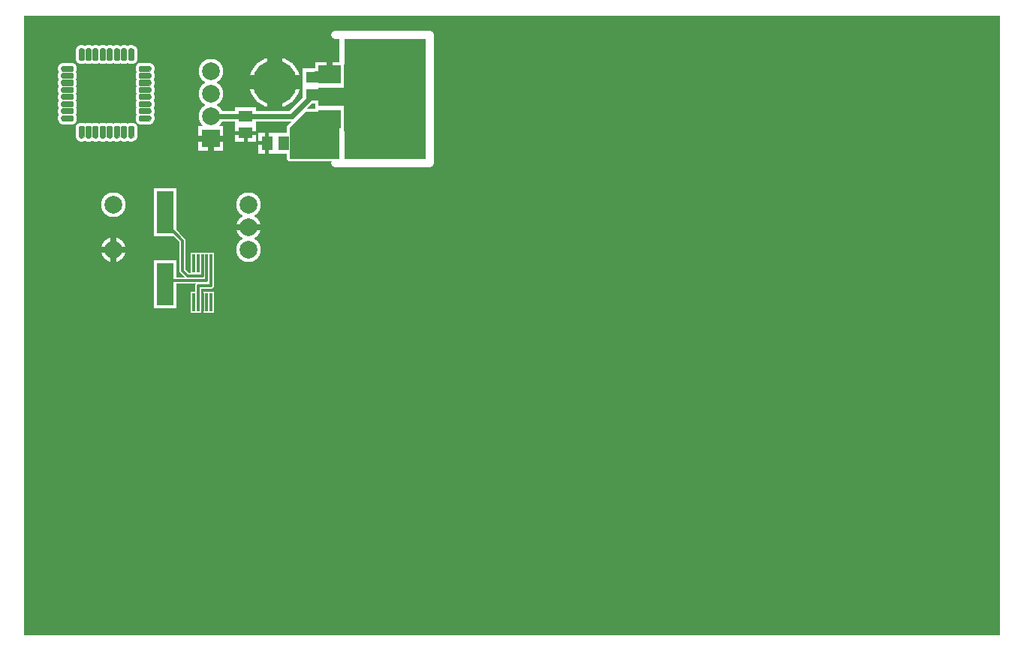
<source format=gbr>
%FSLAX34Y34*%
%MOMM*%
%LNCOPPER_TOP*%
G71*
G01*
%ADD10C, 5.800*%
%ADD11C, 2.800*%
%ADD12R, 2.200X3.300*%
%ADD13R, 3.300X2.800*%
%ADD14C, 0.600*%
%ADD15C, 2.000*%
%ADD16C, 1.200*%
%ADD17C, 0.700*%
%ADD18R, 2.400X2.100*%
%ADD19R, 2.100X2.400*%
%ADD20C, 0.800*%
%ADD21R, 1.300X1.300*%
%ADD22R, 0.700X2.400*%
%ADD23R, 2.500X5.400*%
%ADD24C, 0.900*%
%ADD25C, 1.667*%
%ADD26C, 0.667*%
%ADD27C, 0.433*%
%ADD28C, 0.300*%
%ADD29C, 5.000*%
%ADD30C, 2.000*%
%ADD31R, 2.500X2.000*%
%ADD32C, 0.100*%
%ADD33R, 1.600X1.300*%
%ADD34R, 1.300X1.600*%
%ADD35C, 0.000*%
%ADD36R, 0.500X0.500*%
%ADD37R, 0.300X2.000*%
%ADD38R, 1.900X4.800*%
%LPD*%
G36*
X0Y0D02*
X1100000Y0D01*
X1100000Y-700000D01*
X0Y-700000D01*
X0Y0D01*
G37*
%LPC*%
X282178Y-75406D02*
G54D10*
D03*
G36*
X196344Y-152905D02*
X196344Y-124905D01*
X224344Y-124905D01*
X224344Y-152905D01*
X196344Y-152905D01*
G37*
X210344Y-113505D02*
G54D11*
D03*
X210344Y-88106D02*
G54D11*
D03*
X210344Y-62706D02*
G54D11*
D03*
X252809Y-213519D02*
G54D11*
D03*
X100409Y-213519D02*
G54D11*
D03*
X252809Y-238919D02*
G54D11*
D03*
X100409Y-264319D02*
G54D11*
D03*
X252809Y-264319D02*
G54D11*
D03*
X401446Y-92105D02*
G54D12*
D03*
X344296Y-92105D02*
G54D13*
D03*
X344296Y-117505D02*
G54D13*
D03*
X344296Y-66705D02*
G54D13*
D03*
G54D14*
X357982Y-131762D02*
X357982Y-166290D01*
G54D15*
X344296Y-92105D02*
X373856Y-92074D01*
G54D14*
X357982Y-26193D02*
X357982Y-53577D01*
G54D16*
X210344Y-113505D02*
X301625Y-113505D01*
X322263Y-92868D01*
X343533Y-92868D01*
X344296Y-92105D01*
G36*
X354410Y-108346D02*
X317500Y-108346D01*
X299244Y-126602D01*
X299244Y-161527D01*
X354410Y-161527D01*
X354410Y-108346D01*
G37*
G54D17*
X354410Y-108346D02*
X317500Y-108346D01*
X299244Y-126602D01*
X299244Y-161527D01*
X354410Y-161527D01*
X354410Y-108346D01*
X325810Y-69874D02*
G54D18*
D03*
X325810Y-88874D02*
G54D18*
D03*
X249610Y-113530D02*
G54D18*
D03*
X249610Y-132530D02*
G54D18*
D03*
X292845Y-144065D02*
G54D19*
D03*
X273845Y-144064D02*
G54D19*
D03*
G36*
X142979Y-116721D02*
X140979Y-118721D01*
X129979Y-118721D01*
X128979Y-117721D01*
X128979Y-113721D01*
X129979Y-112721D01*
X140979Y-112721D01*
X142979Y-114721D01*
X142979Y-116721D01*
G37*
G54D20*
X142979Y-116721D02*
X140979Y-118721D01*
X129979Y-118721D01*
X128979Y-117721D01*
X128979Y-113721D01*
X129979Y-112721D01*
X140979Y-112721D01*
X142979Y-114721D01*
X142979Y-116721D01*
G36*
X142979Y-108721D02*
X140979Y-110721D01*
X129979Y-110721D01*
X128979Y-109721D01*
X128979Y-105721D01*
X129979Y-104721D01*
X140979Y-104721D01*
X142979Y-106721D01*
X142979Y-108721D01*
G37*
G54D20*
X142979Y-108721D02*
X140979Y-110721D01*
X129979Y-110721D01*
X128979Y-109721D01*
X128979Y-105721D01*
X129979Y-104721D01*
X140979Y-104721D01*
X142979Y-106721D01*
X142979Y-108721D01*
X134479Y-115721D02*
G54D21*
D03*
X134479Y-107721D02*
G54D21*
D03*
G36*
X142979Y-100721D02*
X140979Y-102721D01*
X129979Y-102721D01*
X128979Y-101721D01*
X128979Y-97721D01*
X129979Y-96721D01*
X140979Y-96721D01*
X142979Y-98721D01*
X142979Y-100721D01*
G37*
G54D20*
X142979Y-100721D02*
X140979Y-102721D01*
X129979Y-102721D01*
X128979Y-101721D01*
X128979Y-97721D01*
X129979Y-96721D01*
X140979Y-96721D01*
X142979Y-98721D01*
X142979Y-100721D01*
G36*
X142979Y-92721D02*
X140979Y-94721D01*
X129979Y-94721D01*
X128979Y-93721D01*
X128979Y-89721D01*
X129979Y-88721D01*
X140979Y-88721D01*
X142979Y-90721D01*
X142979Y-92721D01*
G37*
G54D20*
X142979Y-92721D02*
X140979Y-94721D01*
X129979Y-94721D01*
X128979Y-93721D01*
X128979Y-89721D01*
X129979Y-88721D01*
X140979Y-88721D01*
X142979Y-90721D01*
X142979Y-92721D01*
X134479Y-99721D02*
G54D21*
D03*
X134479Y-91721D02*
G54D21*
D03*
G36*
X142979Y-84721D02*
X140979Y-86721D01*
X129979Y-86721D01*
X128979Y-85721D01*
X128979Y-81721D01*
X129979Y-80721D01*
X140979Y-80721D01*
X142979Y-82721D01*
X142979Y-84721D01*
G37*
G54D20*
X142979Y-84721D02*
X140979Y-86721D01*
X129979Y-86721D01*
X128979Y-85721D01*
X128979Y-81721D01*
X129979Y-80721D01*
X140979Y-80721D01*
X142979Y-82721D01*
X142979Y-84721D01*
G36*
X142979Y-76721D02*
X140979Y-78721D01*
X129979Y-78721D01*
X128979Y-77721D01*
X128979Y-73721D01*
X129979Y-72721D01*
X140979Y-72721D01*
X142979Y-74721D01*
X142979Y-76721D01*
G37*
G54D20*
X142979Y-76721D02*
X140979Y-78721D01*
X129979Y-78721D01*
X128979Y-77721D01*
X128979Y-73721D01*
X129979Y-72721D01*
X140979Y-72721D01*
X142979Y-74721D01*
X142979Y-76721D01*
X134479Y-83721D02*
G54D21*
D03*
X134479Y-75721D02*
G54D21*
D03*
G36*
X142979Y-68721D02*
X140979Y-70721D01*
X129979Y-70721D01*
X128979Y-69721D01*
X128979Y-65721D01*
X129979Y-64721D01*
X140979Y-64721D01*
X142979Y-66721D01*
X142979Y-68721D01*
G37*
G54D20*
X142979Y-68721D02*
X140979Y-70721D01*
X129979Y-70721D01*
X128979Y-69721D01*
X128979Y-65721D01*
X129979Y-64721D01*
X140979Y-64721D01*
X142979Y-66721D01*
X142979Y-68721D01*
G36*
X142979Y-60721D02*
X140979Y-62721D01*
X129979Y-62721D01*
X128979Y-61721D01*
X128979Y-57721D01*
X129979Y-56721D01*
X140979Y-56721D01*
X142979Y-58721D01*
X142979Y-60721D01*
G37*
G54D20*
X142979Y-60721D02*
X140979Y-62721D01*
X129979Y-62721D01*
X128979Y-61721D01*
X128979Y-57721D01*
X129979Y-56721D01*
X140979Y-56721D01*
X142979Y-58721D01*
X142979Y-60721D01*
X134479Y-67721D02*
G54D21*
D03*
X134479Y-59721D02*
G54D21*
D03*
G36*
X62979Y-138721D02*
X60979Y-136721D01*
X60979Y-125721D01*
X61979Y-124721D01*
X65979Y-124721D01*
X66979Y-125721D01*
X66979Y-136721D01*
X64979Y-138721D01*
X62979Y-138721D01*
G37*
G54D20*
X62979Y-138721D02*
X60979Y-136721D01*
X60979Y-125721D01*
X61979Y-124721D01*
X65979Y-124721D01*
X66979Y-125721D01*
X66979Y-136721D01*
X64979Y-138721D01*
X62979Y-138721D01*
G36*
X70979Y-138721D02*
X68979Y-136721D01*
X68979Y-125721D01*
X69979Y-124721D01*
X73979Y-124721D01*
X74979Y-125721D01*
X74979Y-136721D01*
X72979Y-138721D01*
X70979Y-138721D01*
G37*
G54D20*
X70979Y-138721D02*
X68979Y-136721D01*
X68979Y-125721D01*
X69979Y-124721D01*
X73979Y-124721D01*
X74979Y-125721D01*
X74979Y-136721D01*
X72979Y-138721D01*
X70979Y-138721D01*
X63979Y-130221D02*
G54D21*
D03*
X71979Y-130221D02*
G54D21*
D03*
G36*
X78979Y-138721D02*
X76979Y-136721D01*
X76979Y-125721D01*
X77979Y-124721D01*
X81979Y-124721D01*
X82979Y-125721D01*
X82979Y-136721D01*
X80979Y-138721D01*
X78979Y-138721D01*
G37*
G54D20*
X78979Y-138721D02*
X76979Y-136721D01*
X76979Y-125721D01*
X77979Y-124721D01*
X81979Y-124721D01*
X82979Y-125721D01*
X82979Y-136721D01*
X80979Y-138721D01*
X78979Y-138721D01*
G36*
X86979Y-138721D02*
X84979Y-136721D01*
X84979Y-125721D01*
X85979Y-124721D01*
X89979Y-124721D01*
X90979Y-125721D01*
X90979Y-136721D01*
X88979Y-138721D01*
X86979Y-138721D01*
G37*
G54D20*
X86979Y-138721D02*
X84979Y-136721D01*
X84979Y-125721D01*
X85979Y-124721D01*
X89979Y-124721D01*
X90979Y-125721D01*
X90979Y-136721D01*
X88979Y-138721D01*
X86979Y-138721D01*
X79979Y-130221D02*
G54D21*
D03*
X87979Y-130221D02*
G54D21*
D03*
G36*
X94979Y-138721D02*
X92979Y-136721D01*
X92979Y-125721D01*
X93979Y-124721D01*
X97979Y-124721D01*
X98979Y-125721D01*
X98979Y-136721D01*
X96979Y-138721D01*
X94979Y-138721D01*
G37*
G54D20*
X94979Y-138721D02*
X92979Y-136721D01*
X92979Y-125721D01*
X93979Y-124721D01*
X97979Y-124721D01*
X98979Y-125721D01*
X98979Y-136721D01*
X96979Y-138721D01*
X94979Y-138721D01*
G36*
X102979Y-138721D02*
X100979Y-136721D01*
X100979Y-125721D01*
X101979Y-124721D01*
X105979Y-124721D01*
X106979Y-125721D01*
X106979Y-136721D01*
X104979Y-138721D01*
X102979Y-138721D01*
G37*
G54D20*
X102979Y-138721D02*
X100979Y-136721D01*
X100979Y-125721D01*
X101979Y-124721D01*
X105979Y-124721D01*
X106979Y-125721D01*
X106979Y-136721D01*
X104979Y-138721D01*
X102979Y-138721D01*
X95979Y-130221D02*
G54D21*
D03*
X103979Y-130221D02*
G54D21*
D03*
G36*
X110979Y-138721D02*
X108979Y-136721D01*
X108979Y-125721D01*
X109979Y-124721D01*
X113979Y-124721D01*
X114979Y-125721D01*
X114979Y-136721D01*
X112979Y-138721D01*
X110979Y-138721D01*
G37*
G54D20*
X110979Y-138721D02*
X108979Y-136721D01*
X108979Y-125721D01*
X109979Y-124721D01*
X113979Y-124721D01*
X114979Y-125721D01*
X114979Y-136721D01*
X112979Y-138721D01*
X110979Y-138721D01*
G36*
X118979Y-138721D02*
X116979Y-136721D01*
X116979Y-125721D01*
X117979Y-124721D01*
X121979Y-124721D01*
X122979Y-125721D01*
X122979Y-136721D01*
X120979Y-138721D01*
X118979Y-138721D01*
G37*
G54D20*
X118979Y-138721D02*
X116979Y-136721D01*
X116979Y-125721D01*
X117979Y-124721D01*
X121979Y-124721D01*
X122979Y-125721D01*
X122979Y-136721D01*
X120979Y-138721D01*
X118979Y-138721D01*
X111979Y-130221D02*
G54D21*
D03*
X119979Y-130221D02*
G54D21*
D03*
G36*
X40979Y-58721D02*
X42979Y-56721D01*
X53979Y-56721D01*
X54979Y-57721D01*
X54979Y-61721D01*
X53979Y-62721D01*
X42979Y-62721D01*
X40979Y-60721D01*
X40979Y-58721D01*
G37*
G54D20*
X40979Y-58721D02*
X42979Y-56721D01*
X53979Y-56721D01*
X54979Y-57721D01*
X54979Y-61721D01*
X53979Y-62721D01*
X42979Y-62721D01*
X40979Y-60721D01*
X40979Y-58721D01*
G36*
X40979Y-66721D02*
X42979Y-64721D01*
X53979Y-64721D01*
X54979Y-65721D01*
X54979Y-69721D01*
X53979Y-70721D01*
X42979Y-70721D01*
X40979Y-68721D01*
X40979Y-66721D01*
G37*
G54D20*
X40979Y-66721D02*
X42979Y-64721D01*
X53979Y-64721D01*
X54979Y-65721D01*
X54979Y-69721D01*
X53979Y-70721D01*
X42979Y-70721D01*
X40979Y-68721D01*
X40979Y-66721D01*
X49479Y-59721D02*
G54D21*
D03*
G36*
X42979Y-61221D02*
X55979Y-61221D01*
X55979Y-74221D01*
X42979Y-74221D01*
X42979Y-61221D01*
G37*
G36*
X40979Y-74721D02*
X42979Y-72721D01*
X53979Y-72721D01*
X54979Y-73721D01*
X54979Y-77721D01*
X53979Y-78721D01*
X42979Y-78721D01*
X40979Y-76721D01*
X40979Y-74721D01*
G37*
G54D20*
X40979Y-74721D02*
X42979Y-72721D01*
X53979Y-72721D01*
X54979Y-73721D01*
X54979Y-77721D01*
X53979Y-78721D01*
X42979Y-78721D01*
X40979Y-76721D01*
X40979Y-74721D01*
G36*
X40979Y-82721D02*
X42979Y-80721D01*
X53979Y-80721D01*
X54979Y-81721D01*
X54979Y-85721D01*
X53979Y-86721D01*
X42979Y-86721D01*
X40979Y-84721D01*
X40979Y-82721D01*
G37*
G54D20*
X40979Y-82721D02*
X42979Y-80721D01*
X53979Y-80721D01*
X54979Y-81721D01*
X54979Y-85721D01*
X53979Y-86721D01*
X42979Y-86721D01*
X40979Y-84721D01*
X40979Y-82721D01*
G36*
X42979Y-69221D02*
X55979Y-69221D01*
X55979Y-82221D01*
X42979Y-82221D01*
X42979Y-69221D01*
G37*
X49479Y-83721D02*
G54D21*
D03*
G36*
X40979Y-90721D02*
X42979Y-88721D01*
X53979Y-88721D01*
X54979Y-89721D01*
X54979Y-93721D01*
X53979Y-94721D01*
X42979Y-94721D01*
X40979Y-92721D01*
X40979Y-90721D01*
G37*
G54D20*
X40979Y-90721D02*
X42979Y-88721D01*
X53979Y-88721D01*
X54979Y-89721D01*
X54979Y-93721D01*
X53979Y-94721D01*
X42979Y-94721D01*
X40979Y-92721D01*
X40979Y-90721D01*
G36*
X40979Y-98721D02*
X42979Y-96721D01*
X53979Y-96721D01*
X54979Y-97721D01*
X54979Y-101721D01*
X53979Y-102721D01*
X42979Y-102721D01*
X40979Y-100721D01*
X40979Y-98721D01*
G37*
G54D20*
X40979Y-98721D02*
X42979Y-96721D01*
X53979Y-96721D01*
X54979Y-97721D01*
X54979Y-101721D01*
X53979Y-102721D01*
X42979Y-102721D01*
X40979Y-100721D01*
X40979Y-98721D01*
X49479Y-91721D02*
G54D21*
D03*
G36*
X42979Y-93221D02*
X55979Y-93221D01*
X55979Y-106221D01*
X42979Y-106221D01*
X42979Y-93221D01*
G37*
G36*
X40979Y-106721D02*
X42979Y-104721D01*
X53979Y-104721D01*
X54979Y-105721D01*
X54979Y-109721D01*
X53979Y-110721D01*
X42979Y-110721D01*
X40979Y-108721D01*
X40979Y-106721D01*
G37*
G54D20*
X40979Y-106721D02*
X42979Y-104721D01*
X53979Y-104721D01*
X54979Y-105721D01*
X54979Y-109721D01*
X53979Y-110721D01*
X42979Y-110721D01*
X40979Y-108721D01*
X40979Y-106721D01*
G36*
X40979Y-114721D02*
X42979Y-112721D01*
X53979Y-112721D01*
X54979Y-113721D01*
X54979Y-117721D01*
X53979Y-118721D01*
X42979Y-118721D01*
X40979Y-116721D01*
X40979Y-114721D01*
G37*
G54D20*
X40979Y-114721D02*
X42979Y-112721D01*
X53979Y-112721D01*
X54979Y-113721D01*
X54979Y-117721D01*
X53979Y-118721D01*
X42979Y-118721D01*
X40979Y-116721D01*
X40979Y-114721D01*
X49479Y-107721D02*
G54D21*
D03*
X49479Y-115721D02*
G54D21*
D03*
G36*
X120979Y-36721D02*
X122979Y-38721D01*
X122979Y-49721D01*
X121979Y-50721D01*
X117979Y-50721D01*
X116979Y-49721D01*
X116979Y-38721D01*
X118979Y-36721D01*
X120979Y-36721D01*
G37*
G54D20*
X120979Y-36721D02*
X122979Y-38721D01*
X122979Y-49721D01*
X121979Y-50721D01*
X117979Y-50721D01*
X116979Y-49721D01*
X116979Y-38721D01*
X118979Y-36721D01*
X120979Y-36721D01*
G36*
X112979Y-36721D02*
X114979Y-38721D01*
X114979Y-49721D01*
X113979Y-50721D01*
X109979Y-50721D01*
X108979Y-49721D01*
X108979Y-38721D01*
X110979Y-36721D01*
X112979Y-36721D01*
G37*
G54D20*
X112979Y-36721D02*
X114979Y-38721D01*
X114979Y-49721D01*
X113979Y-50721D01*
X109979Y-50721D01*
X108979Y-49721D01*
X108979Y-38721D01*
X110979Y-36721D01*
X112979Y-36721D01*
X119979Y-45221D02*
G54D21*
D03*
X111979Y-45221D02*
G54D21*
D03*
G36*
X104979Y-36721D02*
X106979Y-38721D01*
X106979Y-49721D01*
X105979Y-50721D01*
X101979Y-50721D01*
X100979Y-49721D01*
X100979Y-38721D01*
X102979Y-36721D01*
X104979Y-36721D01*
G37*
G54D20*
X104979Y-36721D02*
X106979Y-38721D01*
X106979Y-49721D01*
X105979Y-50721D01*
X101979Y-50721D01*
X100979Y-49721D01*
X100979Y-38721D01*
X102979Y-36721D01*
X104979Y-36721D01*
G36*
X96979Y-36721D02*
X98979Y-38721D01*
X98979Y-49721D01*
X97979Y-50721D01*
X93979Y-50721D01*
X92979Y-49721D01*
X92979Y-38721D01*
X94979Y-36721D01*
X96979Y-36721D01*
G37*
G54D20*
X96979Y-36721D02*
X98979Y-38721D01*
X98979Y-49721D01*
X97979Y-50721D01*
X93979Y-50721D01*
X92979Y-49721D01*
X92979Y-38721D01*
X94979Y-36721D01*
X96979Y-36721D01*
X103979Y-45221D02*
G54D21*
D03*
X95979Y-45221D02*
G54D21*
D03*
G36*
X88979Y-36721D02*
X90979Y-38721D01*
X90979Y-49721D01*
X89979Y-50721D01*
X85979Y-50721D01*
X84979Y-49721D01*
X84979Y-38721D01*
X86979Y-36721D01*
X88979Y-36721D01*
G37*
G54D20*
X88979Y-36721D02*
X90979Y-38721D01*
X90979Y-49721D01*
X89979Y-50721D01*
X85979Y-50721D01*
X84979Y-49721D01*
X84979Y-38721D01*
X86979Y-36721D01*
X88979Y-36721D01*
G36*
X80979Y-36721D02*
X82979Y-38721D01*
X82979Y-49721D01*
X81979Y-50721D01*
X77979Y-50721D01*
X76979Y-49721D01*
X76979Y-38721D01*
X78979Y-36721D01*
X80979Y-36721D01*
G37*
G54D20*
X80979Y-36721D02*
X82979Y-38721D01*
X82979Y-49721D01*
X81979Y-50721D01*
X77979Y-50721D01*
X76979Y-49721D01*
X76979Y-38721D01*
X78979Y-36721D01*
X80979Y-36721D01*
X87979Y-45221D02*
G54D21*
D03*
X79979Y-45221D02*
G54D21*
D03*
G36*
X72979Y-36721D02*
X74979Y-38721D01*
X74979Y-49721D01*
X73979Y-50721D01*
X69979Y-50721D01*
X68979Y-49721D01*
X68979Y-38721D01*
X70979Y-36721D01*
X72979Y-36721D01*
G37*
G54D20*
X72979Y-36721D02*
X74979Y-38721D01*
X74979Y-49721D01*
X73979Y-50721D01*
X69979Y-50721D01*
X68979Y-49721D01*
X68979Y-38721D01*
X70979Y-36721D01*
X72979Y-36721D01*
G36*
X64979Y-36721D02*
X66979Y-38721D01*
X66979Y-49721D01*
X65979Y-50721D01*
X61979Y-50721D01*
X60979Y-49721D01*
X60979Y-38721D01*
X62979Y-36721D01*
X64979Y-36721D01*
G37*
G54D20*
X64979Y-36721D02*
X66979Y-38721D01*
X66979Y-49721D01*
X65979Y-50721D01*
X61979Y-50721D01*
X60979Y-49721D01*
X60979Y-38721D01*
X62979Y-36721D01*
X64979Y-36721D01*
X71979Y-45221D02*
G54D21*
D03*
X63979Y-45221D02*
G54D21*
D03*
X210741Y-323849D02*
G54D22*
D03*
X205741Y-323849D02*
G54D22*
D03*
X200741Y-323849D02*
G54D22*
D03*
X195741Y-323849D02*
G54D22*
D03*
X190741Y-323849D02*
G54D22*
D03*
X210741Y-279849D02*
G54D22*
D03*
X205741Y-279849D02*
G54D22*
D03*
X200741Y-279849D02*
G54D22*
D03*
X195741Y-279849D02*
G54D22*
D03*
X190741Y-279849D02*
G54D22*
D03*
X158440Y-221888D02*
G54D23*
D03*
X158440Y-303644D02*
G54D23*
D03*
G54D17*
X200819Y-288527D02*
X200819Y-294084D01*
X184547Y-294084D01*
X178594Y-288130D01*
X178594Y-254396D01*
X160338Y-236140D01*
G54D17*
X158353Y-299640D02*
X205582Y-299640D01*
X205582Y-290115D01*
G54D17*
X195660Y-314324D02*
X195660Y-305196D01*
X210741Y-305196D01*
X210741Y-286543D01*
G54D24*
X350441Y-166687D02*
X456803Y-166687D01*
G54D24*
X350044Y-21431D02*
X456406Y-21431D01*
G54D24*
X456406Y-21431D02*
X456803Y-166687D01*
%LPD*%
G54D25*
G36*
X273845Y-75406D02*
X273845Y-45906D01*
X290512Y-45906D01*
X290512Y-75406D01*
X273845Y-75406D01*
G37*
G36*
X282178Y-67072D02*
X311678Y-67072D01*
X311678Y-83739D01*
X282178Y-83739D01*
X282178Y-67072D01*
G37*
G36*
X290512Y-75406D02*
X290512Y-104906D01*
X273845Y-104906D01*
X273845Y-75406D01*
X290512Y-75406D01*
G37*
G36*
X282178Y-83739D02*
X252678Y-83739D01*
X252678Y-67072D01*
X282178Y-67072D01*
X282178Y-83739D01*
G37*
G54D26*
G36*
X210344Y-142238D02*
X195844Y-142238D01*
X195844Y-135572D01*
X210344Y-135572D01*
X210344Y-142238D01*
G37*
G36*
X210344Y-135572D02*
X224844Y-135572D01*
X224844Y-142238D01*
X210344Y-142238D01*
X210344Y-135572D01*
G37*
G36*
X213677Y-138905D02*
X213677Y-153405D01*
X207010Y-153405D01*
X207010Y-138905D01*
X213677Y-138905D01*
G37*
G54D26*
G36*
X252809Y-235586D02*
X267309Y-235586D01*
X267309Y-242252D01*
X252809Y-242252D01*
X252809Y-235586D01*
G37*
G36*
X252809Y-242252D02*
X238309Y-242252D01*
X238309Y-235586D01*
X252809Y-235586D01*
X252809Y-242252D01*
G37*
G54D26*
G36*
X100409Y-260986D02*
X114909Y-260986D01*
X114909Y-267652D01*
X100409Y-267652D01*
X100409Y-260986D01*
G37*
G36*
X103742Y-264319D02*
X103742Y-278819D01*
X97076Y-278819D01*
X97076Y-264319D01*
X103742Y-264319D01*
G37*
G36*
X100409Y-267652D02*
X85909Y-267652D01*
X85909Y-260986D01*
X100409Y-260986D01*
X100409Y-267652D01*
G37*
G36*
X97076Y-264319D02*
X97076Y-249819D01*
X103742Y-249819D01*
X103742Y-264319D01*
X97076Y-264319D01*
G37*
G54D26*
G36*
X344296Y-70038D02*
X327296Y-70038D01*
X327296Y-63372D01*
X344296Y-63372D01*
X344296Y-70038D01*
G37*
G36*
X340962Y-66705D02*
X340962Y-52205D01*
X347630Y-52205D01*
X347630Y-66705D01*
X340962Y-66705D01*
G37*
G54D27*
G36*
X249610Y-130364D02*
X262110Y-130364D01*
X262110Y-134696D01*
X249610Y-134696D01*
X249610Y-130364D01*
G37*
G36*
X251776Y-132530D02*
X251776Y-143530D01*
X247444Y-143530D01*
X247444Y-132530D01*
X251776Y-132530D01*
G37*
G36*
X249610Y-134696D02*
X237110Y-134696D01*
X237110Y-130364D01*
X249610Y-130364D01*
X249610Y-134696D01*
G37*
G54D27*
G36*
X276012Y-144064D02*
X276012Y-156564D01*
X271679Y-156564D01*
X271679Y-144064D01*
X276012Y-144064D01*
G37*
G36*
X273845Y-146231D02*
X262845Y-146231D01*
X262845Y-141898D01*
X273845Y-141898D01*
X273845Y-146231D01*
G37*
G36*
X271679Y-144064D02*
X271679Y-131564D01*
X276012Y-131564D01*
X276012Y-144064D01*
X271679Y-144064D01*
G37*
G54D28*
G36*
X202241Y-323849D02*
X202241Y-336349D01*
X199241Y-336349D01*
X199241Y-323849D01*
X202241Y-323849D01*
G37*
G36*
X199241Y-323849D02*
X199241Y-311349D01*
X202241Y-311349D01*
X202241Y-323849D01*
X199241Y-323849D01*
G37*
X282178Y-75406D02*
G54D29*
D03*
G36*
X200344Y-148905D02*
X200344Y-128905D01*
X220344Y-128905D01*
X220344Y-148905D01*
X200344Y-148905D01*
G37*
X210344Y-113505D02*
G54D30*
D03*
X210344Y-88106D02*
G54D30*
D03*
X210344Y-62706D02*
G54D30*
D03*
X252809Y-213519D02*
G54D30*
D03*
X100409Y-213519D02*
G54D30*
D03*
X252809Y-238919D02*
G54D30*
D03*
X100409Y-264319D02*
G54D30*
D03*
X252809Y-264319D02*
G54D30*
D03*
X401446Y-92105D02*
G54D12*
D03*
X344296Y-92105D02*
G54D31*
D03*
X344296Y-117505D02*
G54D31*
D03*
X344296Y-66705D02*
G54D31*
D03*
G54D15*
X344296Y-92105D02*
X373856Y-92074D01*
G54D14*
X210344Y-113505D02*
X301625Y-113505D01*
X322263Y-92868D01*
X343533Y-92868D01*
X344296Y-92105D01*
G36*
X354410Y-108346D02*
X317500Y-108346D01*
X299244Y-126602D01*
X299244Y-161527D01*
X354410Y-161527D01*
X354410Y-108346D01*
G37*
G54D32*
X354410Y-108346D02*
X317500Y-108346D01*
X299244Y-126602D01*
X299244Y-161527D01*
X354410Y-161527D01*
X354410Y-108346D01*
X325810Y-69874D02*
G54D33*
D03*
X325810Y-88874D02*
G54D33*
D03*
X249610Y-113530D02*
G54D33*
D03*
X249610Y-132530D02*
G54D33*
D03*
X292845Y-144065D02*
G54D34*
D03*
X273845Y-144064D02*
G54D34*
D03*
G36*
X142979Y-116721D02*
X140979Y-118721D01*
X129979Y-118721D01*
X128979Y-117721D01*
X128979Y-113721D01*
X129979Y-112721D01*
X140979Y-112721D01*
X142979Y-114721D01*
X142979Y-116721D01*
G37*
G54D35*
X142979Y-116721D02*
X140979Y-118721D01*
X129979Y-118721D01*
X128979Y-117721D01*
X128979Y-113721D01*
X129979Y-112721D01*
X140979Y-112721D01*
X142979Y-114721D01*
X142979Y-116721D01*
G36*
X142979Y-108721D02*
X140979Y-110721D01*
X129979Y-110721D01*
X128979Y-109721D01*
X128979Y-105721D01*
X129979Y-104721D01*
X140979Y-104721D01*
X142979Y-106721D01*
X142979Y-108721D01*
G37*
G54D35*
X142979Y-108721D02*
X140979Y-110721D01*
X129979Y-110721D01*
X128979Y-109721D01*
X128979Y-105721D01*
X129979Y-104721D01*
X140979Y-104721D01*
X142979Y-106721D01*
X142979Y-108721D01*
X134479Y-115721D02*
G54D36*
D03*
X134479Y-107721D02*
G54D36*
D03*
G36*
X142979Y-100721D02*
X140979Y-102721D01*
X129979Y-102721D01*
X128979Y-101721D01*
X128979Y-97721D01*
X129979Y-96721D01*
X140979Y-96721D01*
X142979Y-98721D01*
X142979Y-100721D01*
G37*
G54D35*
X142979Y-100721D02*
X140979Y-102721D01*
X129979Y-102721D01*
X128979Y-101721D01*
X128979Y-97721D01*
X129979Y-96721D01*
X140979Y-96721D01*
X142979Y-98721D01*
X142979Y-100721D01*
G36*
X142979Y-92721D02*
X140979Y-94721D01*
X129979Y-94721D01*
X128979Y-93721D01*
X128979Y-89721D01*
X129979Y-88721D01*
X140979Y-88721D01*
X142979Y-90721D01*
X142979Y-92721D01*
G37*
G54D35*
X142979Y-92721D02*
X140979Y-94721D01*
X129979Y-94721D01*
X128979Y-93721D01*
X128979Y-89721D01*
X129979Y-88721D01*
X140979Y-88721D01*
X142979Y-90721D01*
X142979Y-92721D01*
X134479Y-99721D02*
G54D36*
D03*
X134479Y-91721D02*
G54D36*
D03*
G36*
X142979Y-84721D02*
X140979Y-86721D01*
X129979Y-86721D01*
X128979Y-85721D01*
X128979Y-81721D01*
X129979Y-80721D01*
X140979Y-80721D01*
X142979Y-82721D01*
X142979Y-84721D01*
G37*
G54D35*
X142979Y-84721D02*
X140979Y-86721D01*
X129979Y-86721D01*
X128979Y-85721D01*
X128979Y-81721D01*
X129979Y-80721D01*
X140979Y-80721D01*
X142979Y-82721D01*
X142979Y-84721D01*
G36*
X142979Y-76721D02*
X140979Y-78721D01*
X129979Y-78721D01*
X128979Y-77721D01*
X128979Y-73721D01*
X129979Y-72721D01*
X140979Y-72721D01*
X142979Y-74721D01*
X142979Y-76721D01*
G37*
G54D35*
X142979Y-76721D02*
X140979Y-78721D01*
X129979Y-78721D01*
X128979Y-77721D01*
X128979Y-73721D01*
X129979Y-72721D01*
X140979Y-72721D01*
X142979Y-74721D01*
X142979Y-76721D01*
X134479Y-83721D02*
G54D36*
D03*
X134479Y-75721D02*
G54D36*
D03*
G36*
X142979Y-68721D02*
X140979Y-70721D01*
X129979Y-70721D01*
X128979Y-69721D01*
X128979Y-65721D01*
X129979Y-64721D01*
X140979Y-64721D01*
X142979Y-66721D01*
X142979Y-68721D01*
G37*
G54D35*
X142979Y-68721D02*
X140979Y-70721D01*
X129979Y-70721D01*
X128979Y-69721D01*
X128979Y-65721D01*
X129979Y-64721D01*
X140979Y-64721D01*
X142979Y-66721D01*
X142979Y-68721D01*
G36*
X142979Y-60721D02*
X140979Y-62721D01*
X129979Y-62721D01*
X128979Y-61721D01*
X128979Y-57721D01*
X129979Y-56721D01*
X140979Y-56721D01*
X142979Y-58721D01*
X142979Y-60721D01*
G37*
G54D35*
X142979Y-60721D02*
X140979Y-62721D01*
X129979Y-62721D01*
X128979Y-61721D01*
X128979Y-57721D01*
X129979Y-56721D01*
X140979Y-56721D01*
X142979Y-58721D01*
X142979Y-60721D01*
X134479Y-67721D02*
G54D36*
D03*
X134479Y-59721D02*
G54D36*
D03*
G36*
X62979Y-138721D02*
X60979Y-136721D01*
X60979Y-125721D01*
X61979Y-124721D01*
X65979Y-124721D01*
X66979Y-125721D01*
X66979Y-136721D01*
X64979Y-138721D01*
X62979Y-138721D01*
G37*
G54D35*
X62979Y-138721D02*
X60979Y-136721D01*
X60979Y-125721D01*
X61979Y-124721D01*
X65979Y-124721D01*
X66979Y-125721D01*
X66979Y-136721D01*
X64979Y-138721D01*
X62979Y-138721D01*
G36*
X70979Y-138721D02*
X68979Y-136721D01*
X68979Y-125721D01*
X69979Y-124721D01*
X73979Y-124721D01*
X74979Y-125721D01*
X74979Y-136721D01*
X72979Y-138721D01*
X70979Y-138721D01*
G37*
G54D35*
X70979Y-138721D02*
X68979Y-136721D01*
X68979Y-125721D01*
X69979Y-124721D01*
X73979Y-124721D01*
X74979Y-125721D01*
X74979Y-136721D01*
X72979Y-138721D01*
X70979Y-138721D01*
X63979Y-130221D02*
G54D36*
D03*
X71979Y-130221D02*
G54D36*
D03*
G36*
X78979Y-138721D02*
X76979Y-136721D01*
X76979Y-125721D01*
X77979Y-124721D01*
X81979Y-124721D01*
X82979Y-125721D01*
X82979Y-136721D01*
X80979Y-138721D01*
X78979Y-138721D01*
G37*
G54D35*
X78979Y-138721D02*
X76979Y-136721D01*
X76979Y-125721D01*
X77979Y-124721D01*
X81979Y-124721D01*
X82979Y-125721D01*
X82979Y-136721D01*
X80979Y-138721D01*
X78979Y-138721D01*
G36*
X86979Y-138721D02*
X84979Y-136721D01*
X84979Y-125721D01*
X85979Y-124721D01*
X89979Y-124721D01*
X90979Y-125721D01*
X90979Y-136721D01*
X88979Y-138721D01*
X86979Y-138721D01*
G37*
G54D35*
X86979Y-138721D02*
X84979Y-136721D01*
X84979Y-125721D01*
X85979Y-124721D01*
X89979Y-124721D01*
X90979Y-125721D01*
X90979Y-136721D01*
X88979Y-138721D01*
X86979Y-138721D01*
X79979Y-130221D02*
G54D36*
D03*
X87979Y-130221D02*
G54D36*
D03*
G36*
X94979Y-138721D02*
X92979Y-136721D01*
X92979Y-125721D01*
X93979Y-124721D01*
X97979Y-124721D01*
X98979Y-125721D01*
X98979Y-136721D01*
X96979Y-138721D01*
X94979Y-138721D01*
G37*
G54D35*
X94979Y-138721D02*
X92979Y-136721D01*
X92979Y-125721D01*
X93979Y-124721D01*
X97979Y-124721D01*
X98979Y-125721D01*
X98979Y-136721D01*
X96979Y-138721D01*
X94979Y-138721D01*
G36*
X102979Y-138721D02*
X100979Y-136721D01*
X100979Y-125721D01*
X101979Y-124721D01*
X105979Y-124721D01*
X106979Y-125721D01*
X106979Y-136721D01*
X104979Y-138721D01*
X102979Y-138721D01*
G37*
G54D35*
X102979Y-138721D02*
X100979Y-136721D01*
X100979Y-125721D01*
X101979Y-124721D01*
X105979Y-124721D01*
X106979Y-125721D01*
X106979Y-136721D01*
X104979Y-138721D01*
X102979Y-138721D01*
X95979Y-130221D02*
G54D36*
D03*
X103979Y-130221D02*
G54D36*
D03*
G36*
X110979Y-138721D02*
X108979Y-136721D01*
X108979Y-125721D01*
X109979Y-124721D01*
X113979Y-124721D01*
X114979Y-125721D01*
X114979Y-136721D01*
X112979Y-138721D01*
X110979Y-138721D01*
G37*
G54D35*
X110979Y-138721D02*
X108979Y-136721D01*
X108979Y-125721D01*
X109979Y-124721D01*
X113979Y-124721D01*
X114979Y-125721D01*
X114979Y-136721D01*
X112979Y-138721D01*
X110979Y-138721D01*
G36*
X118979Y-138721D02*
X116979Y-136721D01*
X116979Y-125721D01*
X117979Y-124721D01*
X121979Y-124721D01*
X122979Y-125721D01*
X122979Y-136721D01*
X120979Y-138721D01*
X118979Y-138721D01*
G37*
G54D35*
X118979Y-138721D02*
X116979Y-136721D01*
X116979Y-125721D01*
X117979Y-124721D01*
X121979Y-124721D01*
X122979Y-125721D01*
X122979Y-136721D01*
X120979Y-138721D01*
X118979Y-138721D01*
X111979Y-130221D02*
G54D36*
D03*
X119979Y-130221D02*
G54D36*
D03*
G36*
X40979Y-58721D02*
X42979Y-56721D01*
X53979Y-56721D01*
X54979Y-57721D01*
X54979Y-61721D01*
X53979Y-62721D01*
X42979Y-62721D01*
X40979Y-60721D01*
X40979Y-58721D01*
G37*
G54D35*
X40979Y-58721D02*
X42979Y-56721D01*
X53979Y-56721D01*
X54979Y-57721D01*
X54979Y-61721D01*
X53979Y-62721D01*
X42979Y-62721D01*
X40979Y-60721D01*
X40979Y-58721D01*
G36*
X40979Y-66721D02*
X42979Y-64721D01*
X53979Y-64721D01*
X54979Y-65721D01*
X54979Y-69721D01*
X53979Y-70721D01*
X42979Y-70721D01*
X40979Y-68721D01*
X40979Y-66721D01*
G37*
G54D35*
X40979Y-66721D02*
X42979Y-64721D01*
X53979Y-64721D01*
X54979Y-65721D01*
X54979Y-69721D01*
X53979Y-70721D01*
X42979Y-70721D01*
X40979Y-68721D01*
X40979Y-66721D01*
X49479Y-59721D02*
G54D36*
D03*
X49479Y-67721D02*
G54D36*
D03*
G36*
X40979Y-74721D02*
X42979Y-72721D01*
X53979Y-72721D01*
X54979Y-73721D01*
X54979Y-77721D01*
X53979Y-78721D01*
X42979Y-78721D01*
X40979Y-76721D01*
X40979Y-74721D01*
G37*
G54D35*
X40979Y-74721D02*
X42979Y-72721D01*
X53979Y-72721D01*
X54979Y-73721D01*
X54979Y-77721D01*
X53979Y-78721D01*
X42979Y-78721D01*
X40979Y-76721D01*
X40979Y-74721D01*
G36*
X40979Y-82721D02*
X42979Y-80721D01*
X53979Y-80721D01*
X54979Y-81721D01*
X54979Y-85721D01*
X53979Y-86721D01*
X42979Y-86721D01*
X40979Y-84721D01*
X40979Y-82721D01*
G37*
G54D35*
X40979Y-82721D02*
X42979Y-80721D01*
X53979Y-80721D01*
X54979Y-81721D01*
X54979Y-85721D01*
X53979Y-86721D01*
X42979Y-86721D01*
X40979Y-84721D01*
X40979Y-82721D01*
X49479Y-75721D02*
G54D36*
D03*
X49479Y-83721D02*
G54D36*
D03*
G36*
X40979Y-90721D02*
X42979Y-88721D01*
X53979Y-88721D01*
X54979Y-89721D01*
X54979Y-93721D01*
X53979Y-94721D01*
X42979Y-94721D01*
X40979Y-92721D01*
X40979Y-90721D01*
G37*
G54D35*
X40979Y-90721D02*
X42979Y-88721D01*
X53979Y-88721D01*
X54979Y-89721D01*
X54979Y-93721D01*
X53979Y-94721D01*
X42979Y-94721D01*
X40979Y-92721D01*
X40979Y-90721D01*
G36*
X40979Y-98721D02*
X42979Y-96721D01*
X53979Y-96721D01*
X54979Y-97721D01*
X54979Y-101721D01*
X53979Y-102721D01*
X42979Y-102721D01*
X40979Y-100721D01*
X40979Y-98721D01*
G37*
G54D35*
X40979Y-98721D02*
X42979Y-96721D01*
X53979Y-96721D01*
X54979Y-97721D01*
X54979Y-101721D01*
X53979Y-102721D01*
X42979Y-102721D01*
X40979Y-100721D01*
X40979Y-98721D01*
X49479Y-91721D02*
G54D36*
D03*
X49479Y-99721D02*
G54D36*
D03*
G36*
X40979Y-106721D02*
X42979Y-104721D01*
X53979Y-104721D01*
X54979Y-105721D01*
X54979Y-109721D01*
X53979Y-110721D01*
X42979Y-110721D01*
X40979Y-108721D01*
X40979Y-106721D01*
G37*
G54D35*
X40979Y-106721D02*
X42979Y-104721D01*
X53979Y-104721D01*
X54979Y-105721D01*
X54979Y-109721D01*
X53979Y-110721D01*
X42979Y-110721D01*
X40979Y-108721D01*
X40979Y-106721D01*
G36*
X40979Y-114721D02*
X42979Y-112721D01*
X53979Y-112721D01*
X54979Y-113721D01*
X54979Y-117721D01*
X53979Y-118721D01*
X42979Y-118721D01*
X40979Y-116721D01*
X40979Y-114721D01*
G37*
G54D35*
X40979Y-114721D02*
X42979Y-112721D01*
X53979Y-112721D01*
X54979Y-113721D01*
X54979Y-117721D01*
X53979Y-118721D01*
X42979Y-118721D01*
X40979Y-116721D01*
X40979Y-114721D01*
X49479Y-107721D02*
G54D36*
D03*
X49479Y-115721D02*
G54D36*
D03*
G36*
X120979Y-36721D02*
X122979Y-38721D01*
X122979Y-49721D01*
X121979Y-50721D01*
X117979Y-50721D01*
X116979Y-49721D01*
X116979Y-38721D01*
X118979Y-36721D01*
X120979Y-36721D01*
G37*
G54D35*
X120979Y-36721D02*
X122979Y-38721D01*
X122979Y-49721D01*
X121979Y-50721D01*
X117979Y-50721D01*
X116979Y-49721D01*
X116979Y-38721D01*
X118979Y-36721D01*
X120979Y-36721D01*
G36*
X112979Y-36721D02*
X114979Y-38721D01*
X114979Y-49721D01*
X113979Y-50721D01*
X109979Y-50721D01*
X108979Y-49721D01*
X108979Y-38721D01*
X110979Y-36721D01*
X112979Y-36721D01*
G37*
G54D35*
X112979Y-36721D02*
X114979Y-38721D01*
X114979Y-49721D01*
X113979Y-50721D01*
X109979Y-50721D01*
X108979Y-49721D01*
X108979Y-38721D01*
X110979Y-36721D01*
X112979Y-36721D01*
X119979Y-45221D02*
G54D36*
D03*
X111979Y-45221D02*
G54D36*
D03*
G36*
X104979Y-36721D02*
X106979Y-38721D01*
X106979Y-49721D01*
X105979Y-50721D01*
X101979Y-50721D01*
X100979Y-49721D01*
X100979Y-38721D01*
X102979Y-36721D01*
X104979Y-36721D01*
G37*
G54D35*
X104979Y-36721D02*
X106979Y-38721D01*
X106979Y-49721D01*
X105979Y-50721D01*
X101979Y-50721D01*
X100979Y-49721D01*
X100979Y-38721D01*
X102979Y-36721D01*
X104979Y-36721D01*
G36*
X96979Y-36721D02*
X98979Y-38721D01*
X98979Y-49721D01*
X97979Y-50721D01*
X93979Y-50721D01*
X92979Y-49721D01*
X92979Y-38721D01*
X94979Y-36721D01*
X96979Y-36721D01*
G37*
G54D35*
X96979Y-36721D02*
X98979Y-38721D01*
X98979Y-49721D01*
X97979Y-50721D01*
X93979Y-50721D01*
X92979Y-49721D01*
X92979Y-38721D01*
X94979Y-36721D01*
X96979Y-36721D01*
X103979Y-45221D02*
G54D36*
D03*
X95979Y-45221D02*
G54D36*
D03*
G36*
X88979Y-36721D02*
X90979Y-38721D01*
X90979Y-49721D01*
X89979Y-50721D01*
X85979Y-50721D01*
X84979Y-49721D01*
X84979Y-38721D01*
X86979Y-36721D01*
X88979Y-36721D01*
G37*
G54D35*
X88979Y-36721D02*
X90979Y-38721D01*
X90979Y-49721D01*
X89979Y-50721D01*
X85979Y-50721D01*
X84979Y-49721D01*
X84979Y-38721D01*
X86979Y-36721D01*
X88979Y-36721D01*
G36*
X80979Y-36721D02*
X82979Y-38721D01*
X82979Y-49721D01*
X81979Y-50721D01*
X77979Y-50721D01*
X76979Y-49721D01*
X76979Y-38721D01*
X78979Y-36721D01*
X80979Y-36721D01*
G37*
G54D35*
X80979Y-36721D02*
X82979Y-38721D01*
X82979Y-49721D01*
X81979Y-50721D01*
X77979Y-50721D01*
X76979Y-49721D01*
X76979Y-38721D01*
X78979Y-36721D01*
X80979Y-36721D01*
X87979Y-45221D02*
G54D36*
D03*
X79979Y-45221D02*
G54D36*
D03*
G36*
X72979Y-36721D02*
X74979Y-38721D01*
X74979Y-49721D01*
X73979Y-50721D01*
X69979Y-50721D01*
X68979Y-49721D01*
X68979Y-38721D01*
X70979Y-36721D01*
X72979Y-36721D01*
G37*
G54D35*
X72979Y-36721D02*
X74979Y-38721D01*
X74979Y-49721D01*
X73979Y-50721D01*
X69979Y-50721D01*
X68979Y-49721D01*
X68979Y-38721D01*
X70979Y-36721D01*
X72979Y-36721D01*
G36*
X64979Y-36721D02*
X66979Y-38721D01*
X66979Y-49721D01*
X65979Y-50721D01*
X61979Y-50721D01*
X60979Y-49721D01*
X60979Y-38721D01*
X62979Y-36721D01*
X64979Y-36721D01*
G37*
G54D35*
X64979Y-36721D02*
X66979Y-38721D01*
X66979Y-49721D01*
X65979Y-50721D01*
X61979Y-50721D01*
X60979Y-49721D01*
X60979Y-38721D01*
X62979Y-36721D01*
X64979Y-36721D01*
X71979Y-45221D02*
G54D36*
D03*
X63979Y-45221D02*
G54D36*
D03*
X210741Y-323849D02*
G54D37*
D03*
X205741Y-323849D02*
G54D37*
D03*
X200741Y-323849D02*
G54D37*
D03*
X195741Y-323849D02*
G54D37*
D03*
X190741Y-323849D02*
G54D37*
D03*
X210741Y-279849D02*
G54D37*
D03*
X205741Y-279849D02*
G54D37*
D03*
X200741Y-279849D02*
G54D37*
D03*
X195741Y-279849D02*
G54D37*
D03*
X190741Y-279849D02*
G54D37*
D03*
X158440Y-221888D02*
G54D38*
D03*
X158440Y-303644D02*
G54D38*
D03*
G54D28*
X200819Y-288527D02*
X200819Y-294084D01*
X184547Y-294084D01*
X178594Y-288130D01*
X178594Y-254396D01*
X160338Y-236140D01*
G54D28*
X158353Y-299640D02*
X205582Y-299640D01*
X205582Y-290115D01*
G54D28*
X195660Y-314324D02*
X195660Y-305196D01*
X210741Y-305196D01*
X210741Y-286543D01*
M02*

</source>
